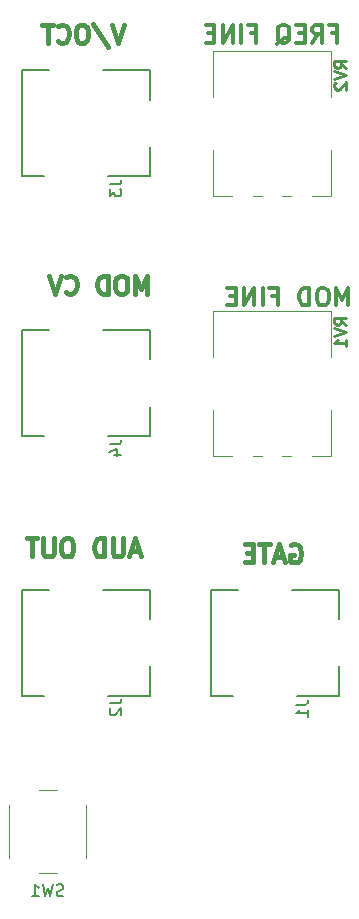
<source format=gbo>
%TF.GenerationSoftware,KiCad,Pcbnew,(6.0.1)*%
%TF.CreationDate,2022-10-05T11:06:24-04:00*%
%TF.ProjectId,SYNTH-VCO_CTL-03,53594e54-482d-4564-934f-5f43544c2d30,1*%
%TF.SameCoordinates,Original*%
%TF.FileFunction,Legend,Bot*%
%TF.FilePolarity,Positive*%
%FSLAX46Y46*%
G04 Gerber Fmt 4.6, Leading zero omitted, Abs format (unit mm)*
G04 Created by KiCad (PCBNEW (6.0.1)) date 2022-10-05 11:06:24*
%MOMM*%
%LPD*%
G01*
G04 APERTURE LIST*
%ADD10C,0.381000*%
%ADD11C,0.375000*%
%ADD12C,0.254000*%
%ADD13C,0.150000*%
%ADD14C,0.120000*%
%ADD15C,0.200000*%
G04 APERTURE END LIST*
D10*
X144758000Y-101838000D02*
X144903142Y-101765428D01*
X145120857Y-101765428D01*
X145338571Y-101838000D01*
X145483714Y-101983142D01*
X145556285Y-102128285D01*
X145628857Y-102418571D01*
X145628857Y-102636285D01*
X145556285Y-102926571D01*
X145483714Y-103071714D01*
X145338571Y-103216857D01*
X145120857Y-103289428D01*
X144975714Y-103289428D01*
X144758000Y-103216857D01*
X144685428Y-103144285D01*
X144685428Y-102636285D01*
X144975714Y-102636285D01*
X144104857Y-102854000D02*
X143379142Y-102854000D01*
X144250000Y-103289428D02*
X143742000Y-101765428D01*
X143234000Y-103289428D01*
X142943714Y-101765428D02*
X142072857Y-101765428D01*
X142508285Y-103289428D02*
X142508285Y-101765428D01*
X141564857Y-102491142D02*
X141056857Y-102491142D01*
X140839142Y-103289428D02*
X141564857Y-103289428D01*
X141564857Y-101765428D01*
X140839142Y-101765428D01*
X131914857Y-102354000D02*
X131189142Y-102354000D01*
X132060000Y-102789428D02*
X131552000Y-101265428D01*
X131044000Y-102789428D01*
X130536000Y-101265428D02*
X130536000Y-102499142D01*
X130463428Y-102644285D01*
X130390857Y-102716857D01*
X130245714Y-102789428D01*
X129955428Y-102789428D01*
X129810285Y-102716857D01*
X129737714Y-102644285D01*
X129665142Y-102499142D01*
X129665142Y-101265428D01*
X128939428Y-102789428D02*
X128939428Y-101265428D01*
X128576571Y-101265428D01*
X128358857Y-101338000D01*
X128213714Y-101483142D01*
X128141142Y-101628285D01*
X128068571Y-101918571D01*
X128068571Y-102136285D01*
X128141142Y-102426571D01*
X128213714Y-102571714D01*
X128358857Y-102716857D01*
X128576571Y-102789428D01*
X128939428Y-102789428D01*
X125964000Y-101265428D02*
X125673714Y-101265428D01*
X125528571Y-101338000D01*
X125383428Y-101483142D01*
X125310857Y-101773428D01*
X125310857Y-102281428D01*
X125383428Y-102571714D01*
X125528571Y-102716857D01*
X125673714Y-102789428D01*
X125964000Y-102789428D01*
X126109142Y-102716857D01*
X126254285Y-102571714D01*
X126326857Y-102281428D01*
X126326857Y-101773428D01*
X126254285Y-101483142D01*
X126109142Y-101338000D01*
X125964000Y-101265428D01*
X124657714Y-101265428D02*
X124657714Y-102499142D01*
X124585142Y-102644285D01*
X124512571Y-102716857D01*
X124367428Y-102789428D01*
X124077142Y-102789428D01*
X123932000Y-102716857D01*
X123859428Y-102644285D01*
X123786857Y-102499142D01*
X123786857Y-101265428D01*
X123278857Y-101265428D02*
X122408000Y-101265428D01*
X122843428Y-102789428D02*
X122843428Y-101265428D01*
D11*
X148189714Y-58492857D02*
X148689714Y-58492857D01*
X148689714Y-59278571D02*
X148689714Y-57778571D01*
X147975428Y-57778571D01*
X146546857Y-59278571D02*
X147046857Y-58564285D01*
X147404000Y-59278571D02*
X147404000Y-57778571D01*
X146832571Y-57778571D01*
X146689714Y-57850000D01*
X146618285Y-57921428D01*
X146546857Y-58064285D01*
X146546857Y-58278571D01*
X146618285Y-58421428D01*
X146689714Y-58492857D01*
X146832571Y-58564285D01*
X147404000Y-58564285D01*
X145904000Y-58492857D02*
X145404000Y-58492857D01*
X145189714Y-59278571D02*
X145904000Y-59278571D01*
X145904000Y-57778571D01*
X145189714Y-57778571D01*
X143546857Y-59421428D02*
X143689714Y-59350000D01*
X143832571Y-59207142D01*
X144046857Y-58992857D01*
X144189714Y-58921428D01*
X144332571Y-58921428D01*
X144261142Y-59278571D02*
X144404000Y-59207142D01*
X144546857Y-59064285D01*
X144618285Y-58778571D01*
X144618285Y-58278571D01*
X144546857Y-57992857D01*
X144404000Y-57850000D01*
X144261142Y-57778571D01*
X143975428Y-57778571D01*
X143832571Y-57850000D01*
X143689714Y-57992857D01*
X143618285Y-58278571D01*
X143618285Y-58778571D01*
X143689714Y-59064285D01*
X143832571Y-59207142D01*
X143975428Y-59278571D01*
X144261142Y-59278571D01*
X141332571Y-58492857D02*
X141832571Y-58492857D01*
X141832571Y-59278571D02*
X141832571Y-57778571D01*
X141118285Y-57778571D01*
X140546857Y-59278571D02*
X140546857Y-57778571D01*
X139832571Y-59278571D02*
X139832571Y-57778571D01*
X138975428Y-59278571D01*
X138975428Y-57778571D01*
X138261142Y-58492857D02*
X137761142Y-58492857D01*
X137546857Y-59278571D02*
X138261142Y-59278571D01*
X138261142Y-57778571D01*
X137546857Y-57778571D01*
X149580428Y-81528571D02*
X149580428Y-80028571D01*
X149080428Y-81100000D01*
X148580428Y-80028571D01*
X148580428Y-81528571D01*
X147580428Y-80028571D02*
X147294714Y-80028571D01*
X147151857Y-80100000D01*
X147009000Y-80242857D01*
X146937571Y-80528571D01*
X146937571Y-81028571D01*
X147009000Y-81314285D01*
X147151857Y-81457142D01*
X147294714Y-81528571D01*
X147580428Y-81528571D01*
X147723285Y-81457142D01*
X147866142Y-81314285D01*
X147937571Y-81028571D01*
X147937571Y-80528571D01*
X147866142Y-80242857D01*
X147723285Y-80100000D01*
X147580428Y-80028571D01*
X146294714Y-81528571D02*
X146294714Y-80028571D01*
X145937571Y-80028571D01*
X145723285Y-80100000D01*
X145580428Y-80242857D01*
X145509000Y-80385714D01*
X145437571Y-80671428D01*
X145437571Y-80885714D01*
X145509000Y-81171428D01*
X145580428Y-81314285D01*
X145723285Y-81457142D01*
X145937571Y-81528571D01*
X146294714Y-81528571D01*
X143151857Y-80742857D02*
X143651857Y-80742857D01*
X143651857Y-81528571D02*
X143651857Y-80028571D01*
X142937571Y-80028571D01*
X142366142Y-81528571D02*
X142366142Y-80028571D01*
X141651857Y-81528571D02*
X141651857Y-80028571D01*
X140794714Y-81528571D01*
X140794714Y-80028571D01*
X140080428Y-80742857D02*
X139580428Y-80742857D01*
X139366142Y-81528571D02*
X140080428Y-81528571D01*
X140080428Y-80028571D01*
X139366142Y-80028571D01*
D10*
X132573000Y-80539428D02*
X132573000Y-79015428D01*
X132065000Y-80104000D01*
X131557000Y-79015428D01*
X131557000Y-80539428D01*
X130541000Y-79015428D02*
X130250714Y-79015428D01*
X130105571Y-79088000D01*
X129960428Y-79233142D01*
X129887857Y-79523428D01*
X129887857Y-80031428D01*
X129960428Y-80321714D01*
X130105571Y-80466857D01*
X130250714Y-80539428D01*
X130541000Y-80539428D01*
X130686142Y-80466857D01*
X130831285Y-80321714D01*
X130903857Y-80031428D01*
X130903857Y-79523428D01*
X130831285Y-79233142D01*
X130686142Y-79088000D01*
X130541000Y-79015428D01*
X129234714Y-80539428D02*
X129234714Y-79015428D01*
X128871857Y-79015428D01*
X128654142Y-79088000D01*
X128509000Y-79233142D01*
X128436428Y-79378285D01*
X128363857Y-79668571D01*
X128363857Y-79886285D01*
X128436428Y-80176571D01*
X128509000Y-80321714D01*
X128654142Y-80466857D01*
X128871857Y-80539428D01*
X129234714Y-80539428D01*
X125678714Y-80394285D02*
X125751285Y-80466857D01*
X125969000Y-80539428D01*
X126114142Y-80539428D01*
X126331857Y-80466857D01*
X126477000Y-80321714D01*
X126549571Y-80176571D01*
X126622142Y-79886285D01*
X126622142Y-79668571D01*
X126549571Y-79378285D01*
X126477000Y-79233142D01*
X126331857Y-79088000D01*
X126114142Y-79015428D01*
X125969000Y-79015428D01*
X125751285Y-79088000D01*
X125678714Y-79160571D01*
X125243285Y-79015428D02*
X124735285Y-80539428D01*
X124227285Y-79015428D01*
X130601142Y-57765428D02*
X130093142Y-59289428D01*
X129585142Y-57765428D01*
X127988571Y-57692857D02*
X129294857Y-59652285D01*
X127190285Y-57765428D02*
X126900000Y-57765428D01*
X126754857Y-57838000D01*
X126609714Y-57983142D01*
X126537142Y-58273428D01*
X126537142Y-58781428D01*
X126609714Y-59071714D01*
X126754857Y-59216857D01*
X126900000Y-59289428D01*
X127190285Y-59289428D01*
X127335428Y-59216857D01*
X127480571Y-59071714D01*
X127553142Y-58781428D01*
X127553142Y-58273428D01*
X127480571Y-57983142D01*
X127335428Y-57838000D01*
X127190285Y-57765428D01*
X125013142Y-59144285D02*
X125085714Y-59216857D01*
X125303428Y-59289428D01*
X125448571Y-59289428D01*
X125666285Y-59216857D01*
X125811428Y-59071714D01*
X125884000Y-58926571D01*
X125956571Y-58636285D01*
X125956571Y-58418571D01*
X125884000Y-58128285D01*
X125811428Y-57983142D01*
X125666285Y-57838000D01*
X125448571Y-57765428D01*
X125303428Y-57765428D01*
X125085714Y-57838000D01*
X125013142Y-57910571D01*
X124577714Y-57765428D02*
X123706857Y-57765428D01*
X124142285Y-59289428D02*
X124142285Y-57765428D01*
D12*
%TO.C,RV2*%
X149455619Y-61415238D02*
X148971809Y-61076571D01*
X149455619Y-60834666D02*
X148439619Y-60834666D01*
X148439619Y-61221714D01*
X148488000Y-61318476D01*
X148536380Y-61366857D01*
X148633142Y-61415238D01*
X148778285Y-61415238D01*
X148875047Y-61366857D01*
X148923428Y-61318476D01*
X148971809Y-61221714D01*
X148971809Y-60834666D01*
X148439619Y-61705523D02*
X149455619Y-62044190D01*
X148439619Y-62382857D01*
X148536380Y-62673142D02*
X148488000Y-62721523D01*
X148439619Y-62818285D01*
X148439619Y-63060190D01*
X148488000Y-63156952D01*
X148536380Y-63205333D01*
X148633142Y-63253714D01*
X148729904Y-63253714D01*
X148875047Y-63205333D01*
X149455619Y-62624761D01*
X149455619Y-63253714D01*
D13*
%TO.C,SW1*%
X125487333Y-131504761D02*
X125344476Y-131552380D01*
X125106380Y-131552380D01*
X125011142Y-131504761D01*
X124963523Y-131457142D01*
X124915904Y-131361904D01*
X124915904Y-131266666D01*
X124963523Y-131171428D01*
X125011142Y-131123809D01*
X125106380Y-131076190D01*
X125296857Y-131028571D01*
X125392095Y-130980952D01*
X125439714Y-130933333D01*
X125487333Y-130838095D01*
X125487333Y-130742857D01*
X125439714Y-130647619D01*
X125392095Y-130600000D01*
X125296857Y-130552380D01*
X125058761Y-130552380D01*
X124915904Y-130600000D01*
X124582571Y-130552380D02*
X124344476Y-131552380D01*
X124154000Y-130838095D01*
X123963523Y-131552380D01*
X123725428Y-130552380D01*
X122820666Y-131552380D02*
X123392095Y-131552380D01*
X123106380Y-131552380D02*
X123106380Y-130552380D01*
X123201619Y-130695238D01*
X123296857Y-130790476D01*
X123392095Y-130838095D01*
%TO.C,J4*%
X129400380Y-93273666D02*
X130114666Y-93273666D01*
X130257523Y-93226047D01*
X130352761Y-93130809D01*
X130400380Y-92987952D01*
X130400380Y-92892714D01*
X129733714Y-94178428D02*
X130400380Y-94178428D01*
X129352761Y-93940333D02*
X130067047Y-93702238D01*
X130067047Y-94321285D01*
D12*
%TO.C,RV1*%
X149455619Y-83161238D02*
X148971809Y-82822571D01*
X149455619Y-82580666D02*
X148439619Y-82580666D01*
X148439619Y-82967714D01*
X148488000Y-83064476D01*
X148536380Y-83112857D01*
X148633142Y-83161238D01*
X148778285Y-83161238D01*
X148875047Y-83112857D01*
X148923428Y-83064476D01*
X148971809Y-82967714D01*
X148971809Y-82580666D01*
X148439619Y-83451523D02*
X149455619Y-83790190D01*
X148439619Y-84128857D01*
X149455619Y-84999714D02*
X149455619Y-84419142D01*
X149455619Y-84709428D02*
X148439619Y-84709428D01*
X148584761Y-84612666D01*
X148681523Y-84515904D01*
X148729904Y-84419142D01*
D13*
%TO.C,J1*%
X145211380Y-115354666D02*
X145925666Y-115354666D01*
X146068523Y-115307047D01*
X146163761Y-115211809D01*
X146211380Y-115068952D01*
X146211380Y-114973714D01*
X146211380Y-116354666D02*
X146211380Y-115783238D01*
X146211380Y-116068952D02*
X145211380Y-116068952D01*
X145354238Y-115973714D01*
X145449476Y-115878476D01*
X145497095Y-115783238D01*
%TO.C,J3*%
X129400380Y-71273666D02*
X130114666Y-71273666D01*
X130257523Y-71226047D01*
X130352761Y-71130809D01*
X130400380Y-70987952D01*
X130400380Y-70892714D01*
X129400380Y-71654619D02*
X129400380Y-72273666D01*
X129781333Y-71940333D01*
X129781333Y-72083190D01*
X129828952Y-72178428D01*
X129876571Y-72226047D01*
X129971809Y-72273666D01*
X130209904Y-72273666D01*
X130305142Y-72226047D01*
X130352761Y-72178428D01*
X130400380Y-72083190D01*
X130400380Y-71797476D01*
X130352761Y-71702238D01*
X130305142Y-71654619D01*
%TO.C,J2*%
X129400380Y-115227666D02*
X130114666Y-115227666D01*
X130257523Y-115180047D01*
X130352761Y-115084809D01*
X130400380Y-114941952D01*
X130400380Y-114846714D01*
X129495619Y-115656238D02*
X129448000Y-115703857D01*
X129400380Y-115799095D01*
X129400380Y-116037190D01*
X129448000Y-116132428D01*
X129495619Y-116180047D01*
X129590857Y-116227666D01*
X129686095Y-116227666D01*
X129828952Y-116180047D01*
X130400380Y-115608619D01*
X130400380Y-116227666D01*
D14*
%TO.C,RV2*%
X138184000Y-63895000D02*
X138184000Y-60030000D01*
X138184000Y-72270000D02*
X138184000Y-68405000D01*
X139784000Y-72270000D02*
X138184000Y-72270000D01*
X144783000Y-72270000D02*
X144024000Y-72270000D01*
X148124000Y-60030000D02*
X138184000Y-60030000D01*
X148124000Y-63895000D02*
X148124000Y-60030000D01*
X142283000Y-72270000D02*
X141524000Y-72270000D01*
X148124000Y-72270000D02*
X146525000Y-72270000D01*
X148124000Y-72270000D02*
X148124000Y-68405000D01*
%TO.C,SW1*%
X127404000Y-123850000D02*
X127404000Y-128350000D01*
X123404000Y-122600000D02*
X124904000Y-122600000D01*
X120904000Y-128350000D02*
X120904000Y-123850000D01*
X124904000Y-129600000D02*
X123404000Y-129600000D01*
D15*
%TO.C,J4*%
X132854000Y-83600000D02*
X128854000Y-83600000D01*
X121954000Y-83600000D02*
X124254000Y-83600000D01*
X132854000Y-92600000D02*
X132854000Y-90100000D01*
X132854000Y-83600000D02*
X132854000Y-86100000D01*
X132854000Y-92600000D02*
X129254000Y-92600000D01*
X121954000Y-92600000D02*
X123854000Y-92600000D01*
X121954000Y-92600000D02*
X121954000Y-83600000D01*
D14*
%TO.C,RV1*%
X148124000Y-85895000D02*
X148124000Y-82030000D01*
X148124000Y-82030000D02*
X138184000Y-82030000D01*
X138184000Y-94270000D02*
X138184000Y-90405000D01*
X142283000Y-94270000D02*
X141524000Y-94270000D01*
X138184000Y-85895000D02*
X138184000Y-82030000D01*
X144783000Y-94270000D02*
X144024000Y-94270000D01*
X148124000Y-94270000D02*
X146525000Y-94270000D01*
X148124000Y-94270000D02*
X148124000Y-90405000D01*
X139784000Y-94270000D02*
X138184000Y-94270000D01*
D15*
%TO.C,J1*%
X137954000Y-114600000D02*
X139854000Y-114600000D01*
X148854000Y-105600000D02*
X144854000Y-105600000D01*
X137954000Y-114600000D02*
X137954000Y-105600000D01*
X148854000Y-114600000D02*
X145254000Y-114600000D01*
X148854000Y-114600000D02*
X148854000Y-112100000D01*
X137954000Y-105600000D02*
X140254000Y-105600000D01*
X148854000Y-105600000D02*
X148854000Y-108100000D01*
%TO.C,J3*%
X121954000Y-70600000D02*
X121954000Y-61600000D01*
X121954000Y-61600000D02*
X124254000Y-61600000D01*
X132854000Y-61600000D02*
X128854000Y-61600000D01*
X132854000Y-70600000D02*
X129254000Y-70600000D01*
X132854000Y-70600000D02*
X132854000Y-68100000D01*
X121954000Y-70600000D02*
X123854000Y-70600000D01*
X132854000Y-61600000D02*
X132854000Y-64100000D01*
%TO.C,J2*%
X132854000Y-105600000D02*
X128854000Y-105600000D01*
X132854000Y-114600000D02*
X129254000Y-114600000D01*
X132854000Y-105600000D02*
X132854000Y-108100000D01*
X121954000Y-114600000D02*
X121954000Y-105600000D01*
X121954000Y-105600000D02*
X124254000Y-105600000D01*
X132854000Y-114600000D02*
X132854000Y-112100000D01*
X121954000Y-114600000D02*
X123854000Y-114600000D01*
%TD*%
M02*

</source>
